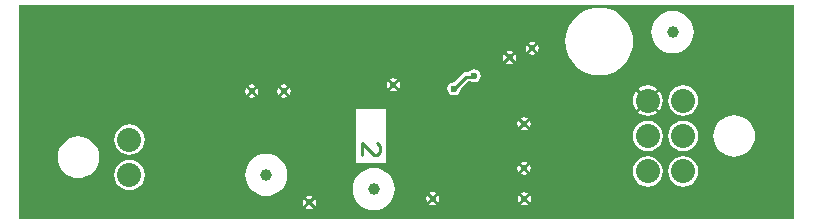
<source format=gbl>
G04*
G04 #@! TF.GenerationSoftware,Altium Limited,Altium Designer,20.1.8 (145)*
G04*
G04 Layer_Physical_Order=2*
G04 Layer_Color=16711680*
%FSLAX25Y25*%
%MOIN*%
G70*
G04*
G04 #@! TF.SameCoordinates,21E5CCAA-87AA-48E4-8A7B-6489D773F89B*
G04*
G04*
G04 #@! TF.FilePolarity,Positive*
G04*
G01*
G75*
%ADD11C,0.01000*%
%ADD30C,0.03937*%
%ADD39C,0.08000*%
%ADD40C,0.02362*%
G36*
X324803Y358268D02*
X66535D01*
Y429528D01*
X324803D01*
Y358268D01*
D02*
G37*
%LPC*%
G36*
X237495Y417299D02*
X236644Y417130D01*
X236346Y416931D01*
X237495Y415782D01*
X238643Y416931D01*
X238346Y417130D01*
X237495Y417299D01*
D02*
G37*
G36*
X239350Y416224D02*
X238202Y415075D01*
X239350Y413927D01*
X239549Y414224D01*
X239718Y415075D01*
X239549Y415926D01*
X239350Y416224D01*
D02*
G37*
G36*
X235639Y416224D02*
X235440Y415926D01*
X235271Y415075D01*
X235440Y414224D01*
X235639Y413927D01*
X236788Y415075D01*
X235639Y416224D01*
D02*
G37*
G36*
X284252Y427506D02*
X282880Y427371D01*
X281560Y426971D01*
X280344Y426321D01*
X279278Y425446D01*
X278403Y424380D01*
X277753Y423164D01*
X277353Y421845D01*
X277218Y420472D01*
X277353Y419100D01*
X277753Y417781D01*
X278403Y416565D01*
X279278Y415499D01*
X280344Y414624D01*
X281560Y413974D01*
X282880Y413574D01*
X284252Y413439D01*
X285624Y413574D01*
X286944Y413974D01*
X288160Y414624D01*
X289226Y415499D01*
X290100Y416565D01*
X290750Y417781D01*
X291151Y419100D01*
X291286Y420472D01*
X291151Y421845D01*
X290750Y423164D01*
X290100Y424380D01*
X289226Y425446D01*
X288160Y426321D01*
X286944Y426971D01*
X285624Y427371D01*
X284252Y427506D01*
D02*
G37*
G36*
X237495Y414368D02*
X236346Y413220D01*
X236644Y413021D01*
X237495Y412851D01*
X238346Y413021D01*
X238643Y413220D01*
X237495Y414368D01*
D02*
G37*
G36*
X229917Y414242D02*
X229066Y414073D01*
X228768Y413874D01*
X229917Y412726D01*
X231065Y413874D01*
X230768Y414073D01*
X229917Y414242D01*
D02*
G37*
G36*
X231772Y413167D02*
X230624Y412018D01*
X231772Y410870D01*
X231971Y411167D01*
X232141Y412018D01*
X231971Y412870D01*
X231772Y413167D01*
D02*
G37*
G36*
X228061Y413167D02*
X227862Y412870D01*
X227693Y412018D01*
X227862Y411167D01*
X228061Y410870D01*
X229210Y412018D01*
X228061Y413167D01*
D02*
G37*
G36*
X229917Y411311D02*
X228768Y410163D01*
X229066Y409964D01*
X229917Y409795D01*
X230768Y409964D01*
X231065Y410163D01*
X229917Y411311D01*
D02*
G37*
G36*
X259842Y428608D02*
X258077Y428469D01*
X256355Y428055D01*
X254719Y427378D01*
X253209Y426452D01*
X251863Y425302D01*
X250713Y423956D01*
X249788Y422446D01*
X249110Y420810D01*
X248697Y419088D01*
X248558Y417323D01*
X248697Y415557D01*
X249110Y413836D01*
X249788Y412200D01*
X250713Y410690D01*
X251863Y409343D01*
X253209Y408193D01*
X254719Y407268D01*
X256355Y406590D01*
X258077Y406177D01*
X259842Y406038D01*
X261608Y406177D01*
X263330Y406590D01*
X264966Y407268D01*
X266476Y408193D01*
X267822Y409343D01*
X268972Y410690D01*
X269897Y412200D01*
X270575Y413836D01*
X270988Y415557D01*
X271127Y417323D01*
X270988Y419088D01*
X270575Y420810D01*
X269897Y422446D01*
X268972Y423956D01*
X267822Y425302D01*
X266476Y426452D01*
X264966Y427378D01*
X263330Y428055D01*
X261608Y428469D01*
X259842Y428608D01*
D02*
G37*
G36*
X218110Y408129D02*
X217259Y407960D01*
X216538Y407478D01*
X216335Y407174D01*
X215487D01*
X214902Y407058D01*
X214406Y406726D01*
X211468Y403789D01*
X211417Y403799D01*
X210566Y403629D01*
X209845Y403147D01*
X209363Y402426D01*
X209193Y401575D01*
X209363Y400724D01*
X209845Y400002D01*
X210566Y399520D01*
X211417Y399351D01*
X212268Y399520D01*
X212990Y400002D01*
X213472Y400724D01*
X213641Y401575D01*
X213631Y401626D01*
X216121Y404115D01*
X216863D01*
X217259Y403851D01*
X218110Y403682D01*
X218961Y403851D01*
X219683Y404333D01*
X220165Y405055D01*
X220334Y405905D01*
X220165Y406756D01*
X219683Y407478D01*
X218961Y407960D01*
X218110Y408129D01*
D02*
G37*
G36*
X191236Y405136D02*
X190385Y404966D01*
X190087Y404767D01*
X191236Y403619D01*
X192385Y404767D01*
X192087Y404966D01*
X191236Y405136D01*
D02*
G37*
G36*
X193092Y404060D02*
X191943Y402912D01*
X193092Y401763D01*
X193290Y402061D01*
X193460Y402912D01*
X193290Y403763D01*
X193092Y404060D01*
D02*
G37*
G36*
X189380Y404060D02*
X189181Y403763D01*
X189012Y402912D01*
X189181Y402061D01*
X189380Y401763D01*
X190529Y402912D01*
X189380Y404060D01*
D02*
G37*
G36*
X144009Y403015D02*
X143158Y402846D01*
X142860Y402647D01*
X144009Y401499D01*
X145157Y402647D01*
X144860Y402846D01*
X144009Y403015D01*
D02*
G37*
G36*
X154724Y403011D02*
X153873Y402842D01*
X153576Y402643D01*
X154724Y401495D01*
X155873Y402643D01*
X155575Y402842D01*
X154724Y403011D01*
D02*
G37*
G36*
X191236Y402205D02*
X190087Y401056D01*
X190385Y400857D01*
X191236Y400688D01*
X192087Y400857D01*
X192385Y401056D01*
X191236Y402205D01*
D02*
G37*
G36*
X145864Y401940D02*
X144716Y400792D01*
X145864Y399643D01*
X146063Y399940D01*
X146232Y400792D01*
X146063Y401643D01*
X145864Y401940D01*
D02*
G37*
G36*
X142153Y401940D02*
X141954Y401643D01*
X141785Y400792D01*
X141954Y399940D01*
X142153Y399643D01*
X143302Y400792D01*
X142153Y401940D01*
D02*
G37*
G36*
X156580Y401936D02*
X155431Y400787D01*
X156580Y399639D01*
X156779Y399936D01*
X156948Y400787D01*
X156779Y401638D01*
X156580Y401936D01*
D02*
G37*
G36*
X152869Y401936D02*
X152670Y401638D01*
X152501Y400787D01*
X152670Y399936D01*
X152869Y399639D01*
X154017Y400787D01*
X152869Y401936D01*
D02*
G37*
G36*
X144009Y400084D02*
X142860Y398936D01*
X143158Y398737D01*
X144009Y398568D01*
X144860Y398737D01*
X145157Y398936D01*
X144009Y400084D01*
D02*
G37*
G36*
X154724Y400080D02*
X153576Y398932D01*
X153873Y398733D01*
X154724Y398564D01*
X155575Y398733D01*
X155873Y398932D01*
X154724Y400080D01*
D02*
G37*
G36*
X275976Y402681D02*
X274671Y402509D01*
X273455Y402005D01*
X272811Y401511D01*
X275976Y398345D01*
X279142Y401511D01*
X278498Y402005D01*
X277282Y402509D01*
X275976Y402681D01*
D02*
G37*
G36*
X279849Y400804D02*
X276683Y397638D01*
X279849Y394472D01*
X280344Y395116D01*
X280848Y396333D01*
X281019Y397638D01*
X280848Y398943D01*
X280344Y400159D01*
X279849Y400804D01*
D02*
G37*
G36*
X272103Y400804D02*
X271609Y400159D01*
X271105Y398943D01*
X270933Y397638D01*
X271105Y396333D01*
X271609Y395116D01*
X272103Y394472D01*
X275269Y397638D01*
X272103Y400804D01*
D02*
G37*
G36*
X287795Y402681D02*
X286490Y402509D01*
X285274Y402005D01*
X284229Y401204D01*
X283428Y400159D01*
X282924Y398943D01*
X282752Y397638D01*
X282924Y396333D01*
X283428Y395116D01*
X284229Y394072D01*
X285274Y393270D01*
X286490Y392766D01*
X287795Y392595D01*
X289101Y392766D01*
X290317Y393270D01*
X291361Y394072D01*
X292163Y395116D01*
X292667Y396333D01*
X292838Y397638D01*
X292667Y398943D01*
X292163Y400159D01*
X291361Y401204D01*
X290317Y402005D01*
X289101Y402509D01*
X287795Y402681D01*
D02*
G37*
G36*
X275976Y396931D02*
X272810Y393765D01*
X273455Y393270D01*
X274671Y392766D01*
X275976Y392595D01*
X277282Y392766D01*
X278498Y393270D01*
X279142Y393765D01*
X275976Y396931D01*
D02*
G37*
G36*
X234763Y392114D02*
X233912Y391945D01*
X233614Y391746D01*
X234763Y390598D01*
X235911Y391746D01*
X235614Y391945D01*
X234763Y392114D01*
D02*
G37*
G36*
X236619Y391039D02*
X235470Y389891D01*
X236619Y388742D01*
X236818Y389040D01*
X236987Y389891D01*
X236818Y390742D01*
X236619Y391039D01*
D02*
G37*
G36*
X232907Y391039D02*
X232708Y390742D01*
X232539Y389891D01*
X232708Y389040D01*
X232907Y388742D01*
X234056Y389891D01*
X232907Y391039D01*
D02*
G37*
G36*
X234763Y389183D02*
X233614Y388035D01*
X233912Y387836D01*
X234763Y387667D01*
X235614Y387836D01*
X235911Y388035D01*
X234763Y389183D01*
D02*
G37*
G36*
X287795Y390870D02*
X286490Y390698D01*
X285274Y390194D01*
X284229Y389393D01*
X283428Y388348D01*
X282924Y387132D01*
X282752Y385827D01*
X282924Y384522D01*
X283428Y383305D01*
X284229Y382261D01*
X285274Y381459D01*
X286490Y380956D01*
X287795Y380784D01*
X289101Y380956D01*
X290317Y381459D01*
X291361Y382261D01*
X292163Y383305D01*
X292667Y384522D01*
X292838Y385827D01*
X292667Y387132D01*
X292163Y388348D01*
X291361Y389393D01*
X290317Y390194D01*
X289101Y390698D01*
X287795Y390870D01*
D02*
G37*
G36*
X275976D02*
X274671Y390698D01*
X273455Y390194D01*
X272410Y389393D01*
X271609Y388348D01*
X271105Y387132D01*
X270933Y385827D01*
X271105Y384522D01*
X271609Y383305D01*
X272410Y382261D01*
X273455Y381459D01*
X274671Y380956D01*
X275976Y380784D01*
X277282Y380956D01*
X278498Y381459D01*
X279542Y382261D01*
X280344Y383305D01*
X280848Y384522D01*
X281019Y385827D01*
X280848Y387132D01*
X280344Y388348D01*
X279542Y389393D01*
X278498Y390194D01*
X277282Y390698D01*
X275976Y390870D01*
D02*
G37*
G36*
X103220Y389689D02*
X101915Y389517D01*
X100699Y389013D01*
X99654Y388212D01*
X98853Y387167D01*
X98349Y385951D01*
X98177Y384646D01*
X98349Y383340D01*
X98853Y382124D01*
X99654Y381080D01*
X100699Y380278D01*
X101915Y379774D01*
X103220Y379603D01*
X104526Y379774D01*
X105742Y380278D01*
X106787Y381080D01*
X107588Y382124D01*
X108092Y383340D01*
X108264Y384646D01*
X108092Y385951D01*
X107588Y387167D01*
X106787Y388212D01*
X105742Y389013D01*
X104526Y389517D01*
X103220Y389689D01*
D02*
G37*
G36*
X304795Y392766D02*
X303442Y392632D01*
X302140Y392237D01*
X300940Y391596D01*
X299889Y390733D01*
X299026Y389682D01*
X298385Y388482D01*
X297990Y387180D01*
X297856Y385827D01*
X297990Y384473D01*
X298385Y383171D01*
X299026Y381972D01*
X299889Y380920D01*
X300940Y380057D01*
X302140Y379416D01*
X303442Y379021D01*
X304795Y378888D01*
X306149Y379021D01*
X307451Y379416D01*
X308650Y380057D01*
X309702Y380920D01*
X310565Y381972D01*
X311206Y383171D01*
X311601Y384473D01*
X311734Y385827D01*
X311601Y387180D01*
X311206Y388482D01*
X310565Y389682D01*
X309702Y390733D01*
X308650Y391596D01*
X307451Y392237D01*
X306149Y392632D01*
X304795Y392766D01*
D02*
G37*
G36*
X188858Y394827D02*
X178858D01*
Y385327D01*
X178858D01*
Y377328D01*
X178858D01*
Y376827D01*
X188858D01*
Y394827D01*
D02*
G37*
G36*
X234768Y377286D02*
X233916Y377116D01*
X233619Y376918D01*
X234768Y375769D01*
X235916Y376918D01*
X235618Y377116D01*
X234768Y377286D01*
D02*
G37*
G36*
X236623Y376210D02*
X235475Y375062D01*
X236623Y373913D01*
X236822Y374211D01*
X236991Y375062D01*
X236822Y375913D01*
X236623Y376210D01*
D02*
G37*
G36*
X232912Y376210D02*
X232713Y375913D01*
X232544Y375062D01*
X232713Y374211D01*
X232912Y373913D01*
X234060Y375062D01*
X232912Y376210D01*
D02*
G37*
G36*
X234768Y374355D02*
X233619Y373206D01*
X233916Y373007D01*
X234768Y372838D01*
X235618Y373007D01*
X235916Y373206D01*
X234768Y374355D01*
D02*
G37*
G36*
X86221Y385679D02*
X84867Y385546D01*
X83565Y385151D01*
X82365Y384510D01*
X81314Y383647D01*
X80451Y382595D01*
X79810Y381396D01*
X79415Y380094D01*
X79282Y378740D01*
X79415Y377386D01*
X79810Y376085D01*
X80451Y374885D01*
X81314Y373834D01*
X82365Y372971D01*
X83565Y372329D01*
X84867Y371935D01*
X86221Y371801D01*
X87574Y371935D01*
X88876Y372329D01*
X90075Y372971D01*
X91127Y373834D01*
X91990Y374885D01*
X92631Y376085D01*
X93026Y377386D01*
X93159Y378740D01*
X93026Y380094D01*
X92631Y381396D01*
X91990Y382595D01*
X91127Y383647D01*
X90075Y384510D01*
X88876Y385151D01*
X87574Y385546D01*
X86221Y385679D01*
D02*
G37*
G36*
X287795Y379059D02*
X286490Y378887D01*
X285274Y378383D01*
X284229Y377582D01*
X283428Y376537D01*
X282924Y375321D01*
X282752Y374016D01*
X282924Y372710D01*
X283428Y371494D01*
X284229Y370450D01*
X285274Y369648D01*
X286490Y369145D01*
X287795Y368973D01*
X289101Y369145D01*
X290317Y369648D01*
X291361Y370450D01*
X292163Y371494D01*
X292667Y372710D01*
X292838Y374016D01*
X292667Y375321D01*
X292163Y376537D01*
X291361Y377582D01*
X290317Y378383D01*
X289101Y378887D01*
X287795Y379059D01*
D02*
G37*
G36*
X275976D02*
X274671Y378887D01*
X273455Y378383D01*
X272410Y377582D01*
X271609Y376537D01*
X271105Y375321D01*
X270933Y374016D01*
X271105Y372710D01*
X271609Y371494D01*
X272410Y370450D01*
X273455Y369648D01*
X274671Y369145D01*
X275976Y368973D01*
X277282Y369145D01*
X278498Y369648D01*
X279542Y370450D01*
X280344Y371494D01*
X280848Y372710D01*
X281019Y374016D01*
X280848Y375321D01*
X280344Y376537D01*
X279542Y377582D01*
X278498Y378383D01*
X277282Y378887D01*
X275976Y379059D01*
D02*
G37*
G36*
X103220Y377878D02*
X101915Y377706D01*
X100699Y377202D01*
X99654Y376401D01*
X98853Y375356D01*
X98349Y374140D01*
X98177Y372835D01*
X98349Y371529D01*
X98853Y370313D01*
X99654Y369269D01*
X100699Y368467D01*
X101915Y367963D01*
X103220Y367792D01*
X104526Y367963D01*
X105742Y368467D01*
X106787Y369269D01*
X107588Y370313D01*
X108092Y371529D01*
X108264Y372835D01*
X108092Y374140D01*
X107588Y375356D01*
X106787Y376401D01*
X105742Y377202D01*
X104526Y377706D01*
X103220Y377878D01*
D02*
G37*
G36*
X148819Y379869D02*
X147447Y379733D01*
X146127Y379333D01*
X144911Y378683D01*
X143845Y377808D01*
X142971Y376743D01*
X142321Y375526D01*
X141920Y374207D01*
X141785Y372835D01*
X141920Y371462D01*
X142321Y370143D01*
X142971Y368927D01*
X143845Y367861D01*
X144911Y366986D01*
X146127Y366336D01*
X147447Y365936D01*
X148819Y365801D01*
X150191Y365936D01*
X151511Y366336D01*
X152727Y366986D01*
X153793Y367861D01*
X154667Y368927D01*
X155317Y370143D01*
X155718Y371462D01*
X155853Y372835D01*
X155718Y374207D01*
X155317Y375526D01*
X154667Y376743D01*
X153793Y377808D01*
X152727Y378683D01*
X151511Y379333D01*
X150191Y379733D01*
X148819Y379869D01*
D02*
G37*
G36*
X204331Y367184D02*
X203480Y367015D01*
X203182Y366816D01*
X204331Y365668D01*
X205479Y366816D01*
X205182Y367015D01*
X204331Y367184D01*
D02*
G37*
G36*
X234878Y367148D02*
X234027Y366979D01*
X233729Y366780D01*
X234878Y365632D01*
X236027Y366780D01*
X235729Y366979D01*
X234878Y367148D01*
D02*
G37*
G36*
X163227Y365926D02*
X162376Y365757D01*
X162078Y365558D01*
X163227Y364409D01*
X164376Y365558D01*
X164078Y365757D01*
X163227Y365926D01*
D02*
G37*
G36*
X206186Y366109D02*
X205038Y364961D01*
X206186Y363812D01*
X206385Y364110D01*
X206555Y364961D01*
X206385Y365812D01*
X206186Y366109D01*
D02*
G37*
G36*
X202475Y366109D02*
X202276Y365812D01*
X202107Y364961D01*
X202276Y364110D01*
X202475Y363812D01*
X203624Y364961D01*
X202475Y366109D01*
D02*
G37*
G36*
X236734Y366073D02*
X235585Y364924D01*
X236734Y363776D01*
X236933Y364073D01*
X237102Y364924D01*
X236933Y365775D01*
X236734Y366073D01*
D02*
G37*
G36*
X233022Y366073D02*
X232823Y365775D01*
X232654Y364924D01*
X232823Y364073D01*
X233022Y363776D01*
X234171Y364924D01*
X233022Y366073D01*
D02*
G37*
G36*
X204331Y364253D02*
X203182Y363105D01*
X203480Y362906D01*
X204331Y362737D01*
X205182Y362906D01*
X205479Y363105D01*
X204331Y364253D01*
D02*
G37*
G36*
X234878Y364217D02*
X233729Y363069D01*
X234027Y362870D01*
X234878Y362701D01*
X235729Y362870D01*
X236027Y363069D01*
X234878Y364217D01*
D02*
G37*
G36*
X165083Y364851D02*
X163934Y363702D01*
X165083Y362554D01*
X165282Y362851D01*
X165451Y363702D01*
X165282Y364553D01*
X165083Y364851D01*
D02*
G37*
G36*
X161371Y364851D02*
X161172Y364553D01*
X161003Y363702D01*
X161172Y362851D01*
X161371Y362554D01*
X162520Y363702D01*
X161371Y364851D01*
D02*
G37*
G36*
X163227Y362995D02*
X162078Y361847D01*
X162376Y361648D01*
X163227Y361479D01*
X164078Y361648D01*
X164376Y361847D01*
X163227Y362995D01*
D02*
G37*
G36*
X184646Y375144D02*
X183273Y375009D01*
X181954Y374609D01*
X180738Y373959D01*
X179672Y373084D01*
X178797Y372018D01*
X178147Y370802D01*
X177747Y369482D01*
X177612Y368110D01*
X177747Y366738D01*
X178147Y365419D01*
X178797Y364202D01*
X179672Y363137D01*
X180738Y362262D01*
X181954Y361612D01*
X183273Y361211D01*
X184646Y361076D01*
X186018Y361211D01*
X187337Y361612D01*
X188554Y362262D01*
X189619Y363137D01*
X190494Y364202D01*
X191144Y365419D01*
X191544Y366738D01*
X191680Y368110D01*
X191544Y369482D01*
X191144Y370802D01*
X190494Y372018D01*
X189619Y373084D01*
X188554Y373959D01*
X187337Y374609D01*
X186018Y375009D01*
X184646Y375144D01*
D02*
G37*
%LPD*%
D11*
X211417Y401575D02*
X215487Y405645D01*
X217850D01*
X218110Y405905D01*
X180858Y379328D02*
Y383327D01*
X184857Y379328D01*
X185857D01*
X186856Y380328D01*
Y382327D01*
X185857Y383327D01*
D30*
X284252Y420472D02*
D03*
X148819Y372835D02*
D03*
X184646Y368110D02*
D03*
D39*
X103220Y384646D02*
D03*
Y372835D02*
D03*
X287795Y374016D02*
D03*
X275976D02*
D03*
X275976Y385827D02*
D03*
X275976Y397638D02*
D03*
X287795Y385827D02*
D03*
X287795Y397638D02*
D03*
D40*
X234763Y389891D02*
D03*
X234768Y375062D02*
D03*
X234878Y364924D02*
D03*
X229917Y412018D02*
D03*
X237495Y415075D02*
D03*
X144009Y400792D02*
D03*
X204331Y364961D02*
D03*
X218110Y405905D02*
D03*
X211417Y401575D02*
D03*
X191236Y402912D02*
D03*
X154724Y400787D02*
D03*
X163227Y363702D02*
D03*
M02*

</source>
